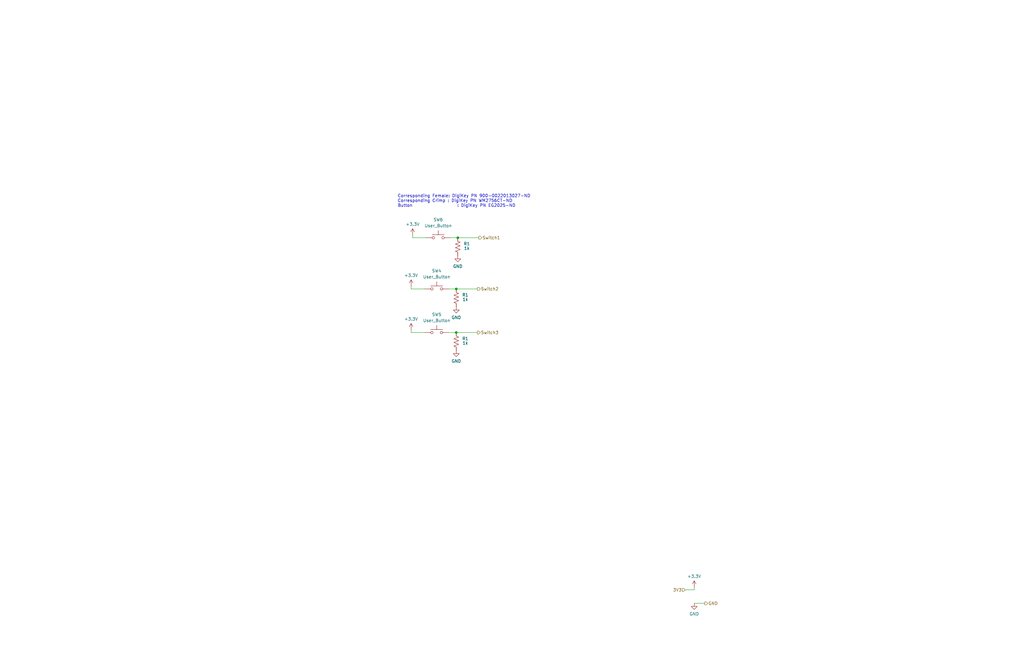
<source format=kicad_sch>
(kicad_sch (version 20230121) (generator eeschema)
  (paper "B")
  (title_block (title "MCU Controller") (rev "0.1") (company "satomm@stanford.edu") (comment 1 "Department of Civil and Environmental Engineering") (comment 2 "Engineering Informatics Group") (comment 3 "Stanford University") (comment 4 "Matthew Sato"))
  (lib_symbols
    (symbol "Device:R_US" (pin_numbers hide) (pin_names (offset 0))
      (property "Reference" "R" (at 2.54 0 90))
      (property "Value" "R_US" (at -2.54 0 90))
      (symbol "R_US_0_1"
        (polyline (pts (xy 0 -2.286) (xy 0 -2.54)))
        (polyline (pts (xy 0 2.286) (xy 0 2.54)))
        (polyline (pts (xy 0 -0.762) (xy 1.016 -1.143) (xy 0 -1.524) (xy -1.016 -1.905) (xy 0 -2.286)))
        (polyline (pts (xy 0 0.762) (xy 1.016 0.381) (xy 0 0) (xy -1.016 -0.381) (xy 0 -0.762)))
        (polyline (pts (xy 0 2.286) (xy 1.016 1.905) (xy 0 1.524) (xy -1.016 1.143) (xy 0 0.762)))
      )
      (symbol "R_US_1_1"
        (pin passive line (at 0 3.81 270) (length 1.27) (name "~") (number "1"))
        (pin passive line (at 0 -3.81 90) (length 1.27) (name "~") (number "2"))
      )
    )
    (symbol "Switch:SW_Push" (pin_numbers hide) (pin_names (offset 1.016) hide)
      (property "Reference" "SW" (at 1.27 2.54 0))
      (property "Value" "SW_Push" (at 0 -1.524 0))
      (symbol "SW_Push_0_1"
        (circle (center -2.032 0) (radius 0.508))
        (polyline (pts (xy 0 1.27) (xy 0 3.048)))
        (polyline (pts (xy 2.54 1.27) (xy -2.54 1.27)))
        (circle (center 2.032 0) (radius 0.508))
        (pin passive line (at -5.08 0 0) (length 2.54) (name "1") (number "1"))
        (pin passive line (at 5.08 0 180) (length 2.54) (name "2") (number "2"))
      )
    )
    (symbol "power:+3.3V" (power) (pin_names (offset 0))
      (property "Value" "+3.3V" (at 0 3.556 0))
      (symbol "+3.3V_0_1"
        (polyline (pts (xy -0.762 1.27) (xy 0 2.54)))
        (polyline (pts (xy 0 0) (xy 0 2.54)))
        (polyline (pts (xy 0 2.54) (xy 0.762 1.27)))
      )
      (symbol "+3.3V_1_1"
        (pin power_in line (at 0 0 90) (length 0) hide (name "+3.3V") (number "1"))
      )
    )
    (symbol "power:GND" (power) (pin_names (offset 0))
      (property "Value" "GND" (at 0 -3.81 0))
      (symbol "GND_0_1"
        (polyline (pts (xy 0 0) (xy 0 -1.27) (xy 1.27 -1.27) (xy 0 -2.54) (xy -1.27 -1.27) (xy 0 -1.27)))
      )
      (symbol "GND_1_1"
        (pin power_in line (at 0 0 270) (length 0) hide (name "GND") (number "1"))
      )
    )
  )
  (junction (at 192.405 140.335))
  (junction (at 192.405 121.92))
  (junction (at 193.04 100.33))
  (wire (pts (xy 173.355 121.92) (xy 179.07 121.92)))
  (wire (pts (xy 173.355 139.065) (xy 173.355 140.335)))
  (wire (pts (xy 173.99 100.33) (xy 179.705 100.33)))
  (wire (pts (xy 173.355 120.65) (xy 173.355 121.92)))
  (wire (pts (xy 189.865 100.33) (xy 193.04 100.33)))
  (wire (pts (xy 292.735 254.635) (xy 297.18 254.635)))
  (wire (pts (xy 288.925 248.92) (xy 292.735 248.92)))
  (wire (pts (xy 193.04 100.33) (xy 201.93 100.33)))
  (wire (pts (xy 192.405 140.335) (xy 201.295 140.335)))
  (wire (pts (xy 189.23 121.92) (xy 192.405 121.92)))
  (wire (pts (xy 173.355 140.335) (xy 179.07 140.335)))
  (wire (pts (xy 192.405 121.92) (xy 201.295 121.92)))
  (wire (pts (xy 173.99 99.06) (xy 173.99 100.33)))
  (wire (pts (xy 292.735 248.92) (xy 292.735 247.65)))
  (wire (pts (xy 189.23 140.335) (xy 192.405 140.335)))
  (text "Corresponding Female: DigiKey PN 900-0022013027-ND\nCorresponding Crimp : DigiKey PN WM2756CT-ND\nButton          	: DigiKey PN EG2025-ND" (at 167.64 87.63 0) (effects (font (size 1.27 1.27)) (justify left bottom)))
  (hierarchical_label "Switch1" (shape output) (at 201.93 100.33 0))
  (hierarchical_label "GND" (shape output) (at 297.18 254.635 0))
  (hierarchical_label "Switch2" (shape output) (at 201.295 121.92 0))
  (hierarchical_label "3V3" (shape input) (at 288.925 248.92 180))
  (hierarchical_label "Switch3" (shape output) (at 201.295 140.335 0))
  (symbol (lib_id "power:+3.3V") (at 292.735 247.65 0) (unit 1)
    (property "Reference" "#PWR095" (effects hide))
    (property "Value" "+3.3V" (at 292.735 243.205 0))
  )
  (symbol (lib_id "Device:R_US") (at 192.405 144.145 0) (unit 1)
    (property "Reference" "R1" (at 196.215 142.875 0))
    (property "Value" "1k" (at 196.215 144.78 0))
    (property "Footprint" "Resistor_SMD:R_0805_2012Metric_Pad1.20x1.40mm_HandSolder" (effects hide))
    (property "Datasheet" "https://www.seielect.com/catalog/sei-rmcf_rmcp.pdf" (effects hide))
    (property "Description" "RES 1K OHM 1% 1/8W 0805" (effects hide))
    (property "Mfr" "Stackpole Electronics Inc" (effects hide))
    (property "Mfr P/N" "RMCF0805FT1K00" (effects hide))
    (property "Supplier 1" "DigiKey" (effects hide))
    (property "Supplier 1 P/N" "RMCF0805FT1K00CT-ND" (effects hide))
    (instances (project "MainBoard" (path "" (reference "R1") (unit 1)) (path "" (reference "R13") (unit 1))))
  )
  (symbol (lib_id "power:+3.3V") (at 173.355 120.65 0) (unit 1)
    (property "Reference" "#PWR089" (effects hide))
    (property "Value" "+3.3V" (at 173.355 116.205 0))
  )
  (symbol (lib_id "Switch:SW_Push") (at 184.15 121.92 0) (unit 1)
    (property "Reference" "SW4" (at 184.15 114.3 0))
    (property "Value" "User_Button" (at 184.15 116.84 0))
    (property "Footprint" "RobotLibrary:CONN_22232021_MOL" (effects hide))
    (property "Datasheet" "https://www.molex.com/webdocs/datasheets/pdf/en-us//0022232021_PCB_HEADERS.pdf" (effects hide))
    (property "Description" "CONN HEADER VERT 2POS 2.54MM" (effects hide))
    (property "Mfr" "Molex" (effects hide))
    (property "Mfr P/N" "0022232021" (effects hide))
    (property "Supplier 1" "DigiKey" (effects hide))
    (property "Supplier 1 P/N" "900-0022232021-ND" (effects hide))
  )
  (symbol (lib_id "power:GND") (at 292.735 254.635 0) (unit 1)
    (property "Reference" "#PWR096" (effects hide))
    (property "Value" "GND" (at 292.735 259.08 0))
  )
  (symbol (lib_id "power:GND") (at 192.405 129.54 0) (unit 1)
    (property "Reference" "#PWR092" (effects hide))
    (property "Value" "GND" (at 192.405 133.985 0))
  )
  (symbol (lib_id "Switch:SW_Push") (at 184.785 100.33 0) (unit 1)
    (property "Reference" "SW6" (at 184.785 92.71 0))
    (property "Value" "User_Button" (at 184.785 95.25 0))
    (property "Footprint" "RobotLibrary:CONN_22232021_MOL" (effects hide))
    (property "Datasheet" "https://www.molex.com/webdocs/datasheets/pdf/en-us//0022232021_PCB_HEADERS.pdf" (effects hide))
    (property "Description" "CONN HEADER VERT 2POS 2.54MM" (effects hide))
    (property "Mfr" "Molex" (effects hide))
    (property "Mfr P/N" "0022232021" (effects hide))
    (property "Supplier 1" "DigiKey" (effects hide))
    (property "Supplier 1 P/N" "900-0022232021-ND" (effects hide))
  )
  (symbol (lib_id "power:+3.3V") (at 173.99 99.06 0) (unit 1)
    (property "Reference" "#PWR091" (effects hide))
    (property "Value" "+3.3V" (at 173.99 94.615 0))
  )
  (symbol (lib_id "power:GND") (at 192.405 147.955 0) (unit 1)
    (property "Reference" "#PWR093" (effects hide))
    (property "Value" "GND" (at 192.405 152.4 0))
  )
  (symbol (lib_id "Switch:SW_Push") (at 184.15 140.335 0) (unit 1)
    (property "Reference" "SW5" (at 184.15 132.715 0))
    (property "Value" "User_Button" (at 184.15 135.255 0))
    (property "Footprint" "RobotLibrary:CONN_22232021_MOL" (effects hide))
    (property "Datasheet" "https://www.molex.com/webdocs/datasheets/pdf/en-us//0022232021_PCB_HEADERS.pdf" (effects hide))
    (property "Description" "CONN HEADER VERT 2POS 2.54MM" (effects hide))
    (property "Mfr" "Molex" (effects hide))
    (property "Mfr P/N" "0022232021" (effects hide))
    (property "Supplier 1" "DigiKey" (effects hide))
    (property "Supplier 1 P/N" "900-0022232021-ND" (effects hide))
  )
  (symbol (lib_id "Device:R_US") (at 192.405 125.73 0) (unit 1)
    (property "Reference" "R1" (at 196.215 124.46 0))
    (property "Value" "1k" (at 196.215 126.365 0))
    (property "Footprint" "Resistor_SMD:R_0805_2012Metric_Pad1.20x1.40mm_HandSolder" (effects hide))
    (property "Datasheet" "https://www.seielect.com/catalog/sei-rmcf_rmcp.pdf" (effects hide))
    (property "Description" "RES 1K OHM 1% 1/8W 0805" (effects hide))
    (property "Mfr" "Stackpole Electronics Inc" (effects hide))
    (property "Mfr P/N" "RMCF0805FT1K00" (effects hide))
    (property "Supplier 1" "DigiKey" (effects hide))
    (property "Supplier 1 P/N" "RMCF0805FT1K00CT-ND" (effects hide))
    (instances (project "MainBoard" (path "" (reference "R1") (unit 1)) (path "" (reference "R12") (unit 1))))
  )
  (symbol (lib_id "power:+3.3V") (at 173.355 139.065 0) (unit 1)
    (property "Reference" "#PWR090" (effects hide))
    (property "Value" "+3.3V" (at 173.355 134.62 0))
  )
  (symbol (lib_id "power:GND") (at 193.04 107.95 0) (unit 1)
    (property "Reference" "#PWR094" (effects hide))
    (property "Value" "GND" (at 193.04 112.395 0))
  )
  (symbol (lib_id "Device:R_US") (at 193.04 104.14 0) (unit 1)
    (property "Reference" "R1" (at 196.85 102.87 0))
    (property "Value" "1k" (at 196.85 104.775 0))
    (property "Footprint" "Resistor_SMD:R_0805_2012Metric_Pad1.20x1.40mm_HandSolder" (effects hide))
    (property "Datasheet" "https://www.seielect.com/catalog/sei-rmcf_rmcp.pdf" (effects hide))
    (property "Description" "RES 1K OHM 1% 1/8W 0805" (effects hide))
    (property "Mfr" "Stackpole Electronics Inc" (effects hide))
    (property "Mfr P/N" "RMCF0805FT1K00" (effects hide))
    (property "Supplier 1" "DigiKey" (effects hide))
    (property "Supplier 1 P/N" "RMCF0805FT1K00CT-ND" (effects hide))
    (instances (project "MainBoard" (path "" (reference "R1") (unit 1)) (path "" (reference "R14") (unit 1))))
  )
)
</source>
